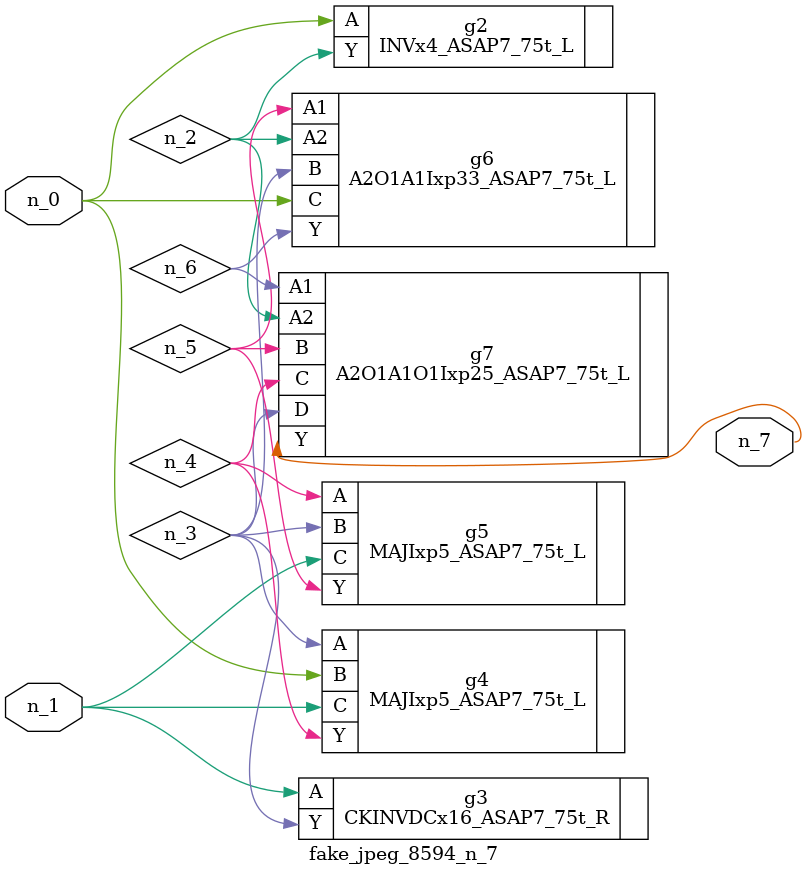
<source format=v>
module fake_jpeg_8594_n_7 (n_0, n_1, n_7);

input n_0;
input n_1;

output n_7;

wire n_3;
wire n_2;
wire n_4;
wire n_6;
wire n_5;

INVx4_ASAP7_75t_L g2 ( 
.A(n_0),
.Y(n_2)
);

CKINVDCx16_ASAP7_75t_R g3 ( 
.A(n_1),
.Y(n_3)
);

MAJIxp5_ASAP7_75t_L g4 ( 
.A(n_3),
.B(n_0),
.C(n_1),
.Y(n_4)
);

MAJIxp5_ASAP7_75t_L g5 ( 
.A(n_4),
.B(n_3),
.C(n_1),
.Y(n_5)
);

A2O1A1Ixp33_ASAP7_75t_L g6 ( 
.A1(n_5),
.A2(n_2),
.B(n_3),
.C(n_0),
.Y(n_6)
);

A2O1A1O1Ixp25_ASAP7_75t_L g7 ( 
.A1(n_6),
.A2(n_2),
.B(n_5),
.C(n_4),
.D(n_3),
.Y(n_7)
);


endmodule
</source>
